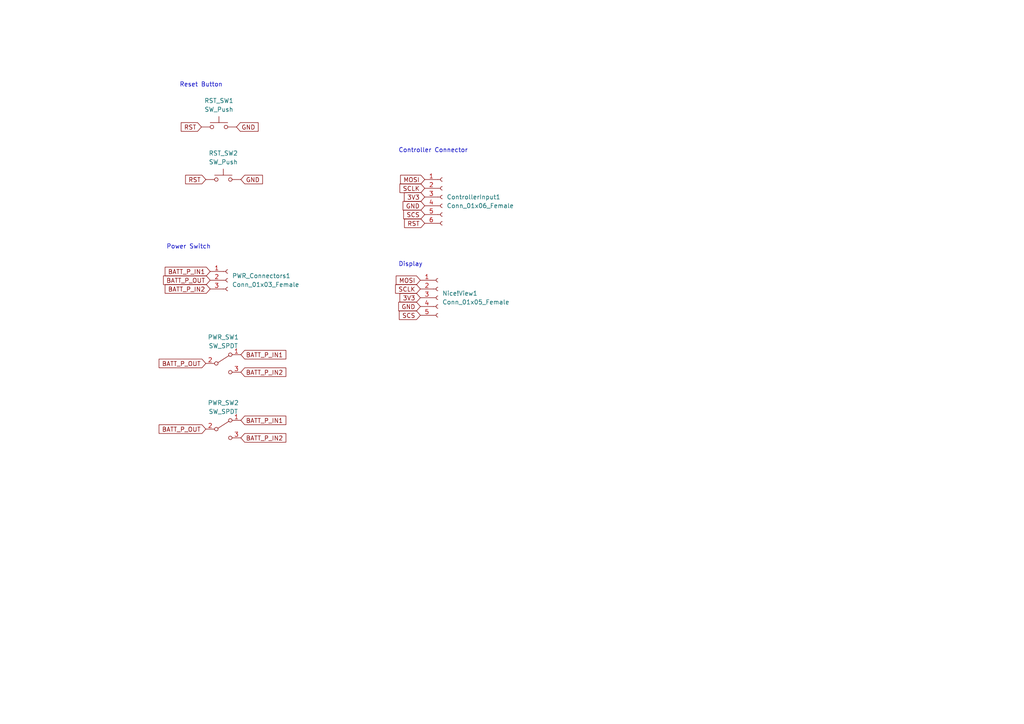
<source format=kicad_sch>
(kicad_sch (version 20211123) (generator eeschema)

  (uuid f712202a-cdb7-43ce-a871-0567a10aa46f)

  (paper "A4")

  (lib_symbols
    (symbol "Connector:Conn_01x03_Female" (pin_names (offset 1.016) hide) (in_bom yes) (on_board yes)
      (property "Reference" "J" (id 0) (at 0 5.08 0)
        (effects (font (size 1.27 1.27)))
      )
      (property "Value" "Conn_01x03_Female" (id 1) (at 0 -5.08 0)
        (effects (font (size 1.27 1.27)))
      )
      (property "Footprint" "" (id 2) (at 0 0 0)
        (effects (font (size 1.27 1.27)) hide)
      )
      (property "Datasheet" "~" (id 3) (at 0 0 0)
        (effects (font (size 1.27 1.27)) hide)
      )
      (property "ki_keywords" "connector" (id 4) (at 0 0 0)
        (effects (font (size 1.27 1.27)) hide)
      )
      (property "ki_description" "Generic connector, single row, 01x03, script generated (kicad-library-utils/schlib/autogen/connector/)" (id 5) (at 0 0 0)
        (effects (font (size 1.27 1.27)) hide)
      )
      (property "ki_fp_filters" "Connector*:*_1x??_*" (id 6) (at 0 0 0)
        (effects (font (size 1.27 1.27)) hide)
      )
      (symbol "Conn_01x03_Female_1_1"
        (arc (start 0 -2.032) (mid -0.508 -2.54) (end 0 -3.048)
          (stroke (width 0.1524) (type default) (color 0 0 0 0))
          (fill (type none))
        )
        (polyline
          (pts
            (xy -1.27 -2.54)
            (xy -0.508 -2.54)
          )
          (stroke (width 0.1524) (type default) (color 0 0 0 0))
          (fill (type none))
        )
        (polyline
          (pts
            (xy -1.27 0)
            (xy -0.508 0)
          )
          (stroke (width 0.1524) (type default) (color 0 0 0 0))
          (fill (type none))
        )
        (polyline
          (pts
            (xy -1.27 2.54)
            (xy -0.508 2.54)
          )
          (stroke (width 0.1524) (type default) (color 0 0 0 0))
          (fill (type none))
        )
        (arc (start 0 0.508) (mid -0.508 0) (end 0 -0.508)
          (stroke (width 0.1524) (type default) (color 0 0 0 0))
          (fill (type none))
        )
        (arc (start 0 3.048) (mid -0.508 2.54) (end 0 2.032)
          (stroke (width 0.1524) (type default) (color 0 0 0 0))
          (fill (type none))
        )
        (pin passive line (at -5.08 2.54 0) (length 3.81)
          (name "Pin_1" (effects (font (size 1.27 1.27))))
          (number "1" (effects (font (size 1.27 1.27))))
        )
        (pin passive line (at -5.08 0 0) (length 3.81)
          (name "Pin_2" (effects (font (size 1.27 1.27))))
          (number "2" (effects (font (size 1.27 1.27))))
        )
        (pin passive line (at -5.08 -2.54 0) (length 3.81)
          (name "Pin_3" (effects (font (size 1.27 1.27))))
          (number "3" (effects (font (size 1.27 1.27))))
        )
      )
    )
    (symbol "Connector:Conn_01x05_Female" (pin_names (offset 1.016) hide) (in_bom yes) (on_board yes)
      (property "Reference" "J" (id 0) (at 0 7.62 0)
        (effects (font (size 1.27 1.27)))
      )
      (property "Value" "Conn_01x05_Female" (id 1) (at 0 -7.62 0)
        (effects (font (size 1.27 1.27)))
      )
      (property "Footprint" "" (id 2) (at 0 0 0)
        (effects (font (size 1.27 1.27)) hide)
      )
      (property "Datasheet" "~" (id 3) (at 0 0 0)
        (effects (font (size 1.27 1.27)) hide)
      )
      (property "ki_keywords" "connector" (id 4) (at 0 0 0)
        (effects (font (size 1.27 1.27)) hide)
      )
      (property "ki_description" "Generic connector, single row, 01x05, script generated (kicad-library-utils/schlib/autogen/connector/)" (id 5) (at 0 0 0)
        (effects (font (size 1.27 1.27)) hide)
      )
      (property "ki_fp_filters" "Connector*:*_1x??_*" (id 6) (at 0 0 0)
        (effects (font (size 1.27 1.27)) hide)
      )
      (symbol "Conn_01x05_Female_1_1"
        (arc (start 0 -4.572) (mid -0.508 -5.08) (end 0 -5.588)
          (stroke (width 0.1524) (type default) (color 0 0 0 0))
          (fill (type none))
        )
        (arc (start 0 -2.032) (mid -0.508 -2.54) (end 0 -3.048)
          (stroke (width 0.1524) (type default) (color 0 0 0 0))
          (fill (type none))
        )
        (polyline
          (pts
            (xy -1.27 -5.08)
            (xy -0.508 -5.08)
          )
          (stroke (width 0.1524) (type default) (color 0 0 0 0))
          (fill (type none))
        )
        (polyline
          (pts
            (xy -1.27 -2.54)
            (xy -0.508 -2.54)
          )
          (stroke (width 0.1524) (type default) (color 0 0 0 0))
          (fill (type none))
        )
        (polyline
          (pts
            (xy -1.27 0)
            (xy -0.508 0)
          )
          (stroke (width 0.1524) (type default) (color 0 0 0 0))
          (fill (type none))
        )
        (polyline
          (pts
            (xy -1.27 2.54)
            (xy -0.508 2.54)
          )
          (stroke (width 0.1524) (type default) (color 0 0 0 0))
          (fill (type none))
        )
        (polyline
          (pts
            (xy -1.27 5.08)
            (xy -0.508 5.08)
          )
          (stroke (width 0.1524) (type default) (color 0 0 0 0))
          (fill (type none))
        )
        (arc (start 0 0.508) (mid -0.508 0) (end 0 -0.508)
          (stroke (width 0.1524) (type default) (color 0 0 0 0))
          (fill (type none))
        )
        (arc (start 0 3.048) (mid -0.508 2.54) (end 0 2.032)
          (stroke (width 0.1524) (type default) (color 0 0 0 0))
          (fill (type none))
        )
        (arc (start 0 5.588) (mid -0.508 5.08) (end 0 4.572)
          (stroke (width 0.1524) (type default) (color 0 0 0 0))
          (fill (type none))
        )
        (pin passive line (at -5.08 5.08 0) (length 3.81)
          (name "Pin_1" (effects (font (size 1.27 1.27))))
          (number "1" (effects (font (size 1.27 1.27))))
        )
        (pin passive line (at -5.08 2.54 0) (length 3.81)
          (name "Pin_2" (effects (font (size 1.27 1.27))))
          (number "2" (effects (font (size 1.27 1.27))))
        )
        (pin passive line (at -5.08 0 0) (length 3.81)
          (name "Pin_3" (effects (font (size 1.27 1.27))))
          (number "3" (effects (font (size 1.27 1.27))))
        )
        (pin passive line (at -5.08 -2.54 0) (length 3.81)
          (name "Pin_4" (effects (font (size 1.27 1.27))))
          (number "4" (effects (font (size 1.27 1.27))))
        )
        (pin passive line (at -5.08 -5.08 0) (length 3.81)
          (name "Pin_5" (effects (font (size 1.27 1.27))))
          (number "5" (effects (font (size 1.27 1.27))))
        )
      )
    )
    (symbol "Connector:Conn_01x06_Female" (pin_names (offset 1.016) hide) (in_bom yes) (on_board yes)
      (property "Reference" "J" (id 0) (at 0 7.62 0)
        (effects (font (size 1.27 1.27)))
      )
      (property "Value" "Conn_01x06_Female" (id 1) (at 0 -10.16 0)
        (effects (font (size 1.27 1.27)))
      )
      (property "Footprint" "" (id 2) (at 0 0 0)
        (effects (font (size 1.27 1.27)) hide)
      )
      (property "Datasheet" "~" (id 3) (at 0 0 0)
        (effects (font (size 1.27 1.27)) hide)
      )
      (property "ki_keywords" "connector" (id 4) (at 0 0 0)
        (effects (font (size 1.27 1.27)) hide)
      )
      (property "ki_description" "Generic connector, single row, 01x06, script generated (kicad-library-utils/schlib/autogen/connector/)" (id 5) (at 0 0 0)
        (effects (font (size 1.27 1.27)) hide)
      )
      (property "ki_fp_filters" "Connector*:*_1x??_*" (id 6) (at 0 0 0)
        (effects (font (size 1.27 1.27)) hide)
      )
      (symbol "Conn_01x06_Female_1_1"
        (arc (start 0 -7.112) (mid -0.508 -7.62) (end 0 -8.128)
          (stroke (width 0.1524) (type default) (color 0 0 0 0))
          (fill (type none))
        )
        (arc (start 0 -4.572) (mid -0.508 -5.08) (end 0 -5.588)
          (stroke (width 0.1524) (type default) (color 0 0 0 0))
          (fill (type none))
        )
        (arc (start 0 -2.032) (mid -0.508 -2.54) (end 0 -3.048)
          (stroke (width 0.1524) (type default) (color 0 0 0 0))
          (fill (type none))
        )
        (polyline
          (pts
            (xy -1.27 -7.62)
            (xy -0.508 -7.62)
          )
          (stroke (width 0.1524) (type default) (color 0 0 0 0))
          (fill (type none))
        )
        (polyline
          (pts
            (xy -1.27 -5.08)
            (xy -0.508 -5.08)
          )
          (stroke (width 0.1524) (type default) (color 0 0 0 0))
          (fill (type none))
        )
        (polyline
          (pts
            (xy -1.27 -2.54)
            (xy -0.508 -2.54)
          )
          (stroke (width 0.1524) (type default) (color 0 0 0 0))
          (fill (type none))
        )
        (polyline
          (pts
            (xy -1.27 0)
            (xy -0.508 0)
          )
          (stroke (width 0.1524) (type default) (color 0 0 0 0))
          (fill (type none))
        )
        (polyline
          (pts
            (xy -1.27 2.54)
            (xy -0.508 2.54)
          )
          (stroke (width 0.1524) (type default) (color 0 0 0 0))
          (fill (type none))
        )
        (polyline
          (pts
            (xy -1.27 5.08)
            (xy -0.508 5.08)
          )
          (stroke (width 0.1524) (type default) (color 0 0 0 0))
          (fill (type none))
        )
        (arc (start 0 0.508) (mid -0.508 0) (end 0 -0.508)
          (stroke (width 0.1524) (type default) (color 0 0 0 0))
          (fill (type none))
        )
        (arc (start 0 3.048) (mid -0.508 2.54) (end 0 2.032)
          (stroke (width 0.1524) (type default) (color 0 0 0 0))
          (fill (type none))
        )
        (arc (start 0 5.588) (mid -0.508 5.08) (end 0 4.572)
          (stroke (width 0.1524) (type default) (color 0 0 0 0))
          (fill (type none))
        )
        (pin passive line (at -5.08 5.08 0) (length 3.81)
          (name "Pin_1" (effects (font (size 1.27 1.27))))
          (number "1" (effects (font (size 1.27 1.27))))
        )
        (pin passive line (at -5.08 2.54 0) (length 3.81)
          (name "Pin_2" (effects (font (size 1.27 1.27))))
          (number "2" (effects (font (size 1.27 1.27))))
        )
        (pin passive line (at -5.08 0 0) (length 3.81)
          (name "Pin_3" (effects (font (size 1.27 1.27))))
          (number "3" (effects (font (size 1.27 1.27))))
        )
        (pin passive line (at -5.08 -2.54 0) (length 3.81)
          (name "Pin_4" (effects (font (size 1.27 1.27))))
          (number "4" (effects (font (size 1.27 1.27))))
        )
        (pin passive line (at -5.08 -5.08 0) (length 3.81)
          (name "Pin_5" (effects (font (size 1.27 1.27))))
          (number "5" (effects (font (size 1.27 1.27))))
        )
        (pin passive line (at -5.08 -7.62 0) (length 3.81)
          (name "Pin_6" (effects (font (size 1.27 1.27))))
          (number "6" (effects (font (size 1.27 1.27))))
        )
      )
    )
    (symbol "Switch:SW_Push" (pin_numbers hide) (pin_names (offset 1.016) hide) (in_bom yes) (on_board yes)
      (property "Reference" "SW" (id 0) (at 1.27 2.54 0)
        (effects (font (size 1.27 1.27)) (justify left))
      )
      (property "Value" "SW_Push" (id 1) (at 0 -1.524 0)
        (effects (font (size 1.27 1.27)))
      )
      (property "Footprint" "" (id 2) (at 0 5.08 0)
        (effects (font (size 1.27 1.27)) hide)
      )
      (property "Datasheet" "~" (id 3) (at 0 5.08 0)
        (effects (font (size 1.27 1.27)) hide)
      )
      (property "ki_keywords" "switch normally-open pushbutton push-button" (id 4) (at 0 0 0)
        (effects (font (size 1.27 1.27)) hide)
      )
      (property "ki_description" "Push button switch, generic, two pins" (id 5) (at 0 0 0)
        (effects (font (size 1.27 1.27)) hide)
      )
      (symbol "SW_Push_0_1"
        (circle (center -2.032 0) (radius 0.508)
          (stroke (width 0) (type default) (color 0 0 0 0))
          (fill (type none))
        )
        (polyline
          (pts
            (xy 0 1.27)
            (xy 0 3.048)
          )
          (stroke (width 0) (type default) (color 0 0 0 0))
          (fill (type none))
        )
        (polyline
          (pts
            (xy 2.54 1.27)
            (xy -2.54 1.27)
          )
          (stroke (width 0) (type default) (color 0 0 0 0))
          (fill (type none))
        )
        (circle (center 2.032 0) (radius 0.508)
          (stroke (width 0) (type default) (color 0 0 0 0))
          (fill (type none))
        )
        (pin passive line (at -5.08 0 0) (length 2.54)
          (name "1" (effects (font (size 1.27 1.27))))
          (number "1" (effects (font (size 1.27 1.27))))
        )
        (pin passive line (at 5.08 0 180) (length 2.54)
          (name "2" (effects (font (size 1.27 1.27))))
          (number "2" (effects (font (size 1.27 1.27))))
        )
      )
    )
    (symbol "Switch:SW_SPDT" (pin_names (offset 0) hide) (in_bom yes) (on_board yes)
      (property "Reference" "SW" (id 0) (at 0 4.318 0)
        (effects (font (size 1.27 1.27)))
      )
      (property "Value" "SW_SPDT" (id 1) (at 0 -5.08 0)
        (effects (font (size 1.27 1.27)))
      )
      (property "Footprint" "" (id 2) (at 0 0 0)
        (effects (font (size 1.27 1.27)) hide)
      )
      (property "Datasheet" "~" (id 3) (at 0 0 0)
        (effects (font (size 1.27 1.27)) hide)
      )
      (property "ki_keywords" "switch single-pole double-throw spdt ON-ON" (id 4) (at 0 0 0)
        (effects (font (size 1.27 1.27)) hide)
      )
      (property "ki_description" "Switch, single pole double throw" (id 5) (at 0 0 0)
        (effects (font (size 1.27 1.27)) hide)
      )
      (symbol "SW_SPDT_0_0"
        (circle (center -2.032 0) (radius 0.508)
          (stroke (width 0) (type default) (color 0 0 0 0))
          (fill (type none))
        )
        (circle (center 2.032 -2.54) (radius 0.508)
          (stroke (width 0) (type default) (color 0 0 0 0))
          (fill (type none))
        )
      )
      (symbol "SW_SPDT_0_1"
        (polyline
          (pts
            (xy -1.524 0.254)
            (xy 1.651 2.286)
          )
          (stroke (width 0) (type default) (color 0 0 0 0))
          (fill (type none))
        )
        (circle (center 2.032 2.54) (radius 0.508)
          (stroke (width 0) (type default) (color 0 0 0 0))
          (fill (type none))
        )
      )
      (symbol "SW_SPDT_1_1"
        (pin passive line (at 5.08 2.54 180) (length 2.54)
          (name "A" (effects (font (size 1.27 1.27))))
          (number "1" (effects (font (size 1.27 1.27))))
        )
        (pin passive line (at -5.08 0 0) (length 2.54)
          (name "B" (effects (font (size 1.27 1.27))))
          (number "2" (effects (font (size 1.27 1.27))))
        )
        (pin passive line (at 5.08 -2.54 180) (length 2.54)
          (name "C" (effects (font (size 1.27 1.27))))
          (number "3" (effects (font (size 1.27 1.27))))
        )
      )
    )
  )


  (text "Reset Button\n" (at 52.07 25.4 0)
    (effects (font (size 1.27 1.27)) (justify left bottom))
    (uuid 06be105e-d380-47d2-a390-0499548b647d)
  )
  (text "Controller Connector\n" (at 115.57 44.45 0)
    (effects (font (size 1.27 1.27)) (justify left bottom))
    (uuid 51c098a9-8f23-490e-b0e8-834124c2d1ce)
  )
  (text "Power Switch" (at 48.26 72.39 0)
    (effects (font (size 1.27 1.27)) (justify left bottom))
    (uuid 971be676-a8be-4877-87e4-dd6be8e5e49f)
  )
  (text "Display" (at 115.57 77.47 0)
    (effects (font (size 1.27 1.27)) (justify left bottom))
    (uuid b8e27481-46d0-4f1e-b736-06eb13a4b418)
  )

  (global_label "BATT_P_IN1" (shape input) (at 69.85 121.92 0) (fields_autoplaced)
    (effects (font (size 1.27 1.27)) (justify left))
    (uuid 0330eecd-58bc-4ef0-9c17-8478d608e5f4)
    (property "Intersheet References" "${INTERSHEET_REFS}" (id 0) (at 82.9069 121.9994 0)
      (effects (font (size 1.27 1.27)) (justify left) hide)
    )
  )
  (global_label "BATT_P_OUT" (shape input) (at 59.69 124.46 180) (fields_autoplaced)
    (effects (font (size 1.27 1.27)) (justify right))
    (uuid 076d14c0-909d-48a5-ac14-46510e6114ff)
    (property "Intersheet References" "${INTERSHEET_REFS}" (id 0) (at 46.1493 124.3806 0)
      (effects (font (size 1.27 1.27)) (justify right) hide)
    )
  )
  (global_label "MOSI" (shape input) (at 123.19 52.07 180) (fields_autoplaced)
    (effects (font (size 1.27 1.27)) (justify right))
    (uuid 268b002d-ab18-4b6b-aa26-80b43afa6ce0)
    (property "Intersheet References" "${INTERSHEET_REFS}" (id 0) (at 116.1807 51.9906 0)
      (effects (font (size 1.27 1.27)) (justify right) hide)
    )
  )
  (global_label "MOSI" (shape input) (at 121.92 81.28 180) (fields_autoplaced)
    (effects (font (size 1.27 1.27)) (justify right))
    (uuid 26b24fe4-b1ad-49c1-9436-ba27ad644deb)
    (property "Intersheet References" "${INTERSHEET_REFS}" (id 0) (at 114.9107 81.2006 0)
      (effects (font (size 1.27 1.27)) (justify right) hide)
    )
  )
  (global_label "RST" (shape input) (at 123.19 64.77 180) (fields_autoplaced)
    (effects (font (size 1.27 1.27)) (justify right))
    (uuid 2c5d40ff-0bf5-4169-83f5-6b60fc85f796)
    (property "Intersheet References" "${INTERSHEET_REFS}" (id 0) (at 117.3298 64.6906 0)
      (effects (font (size 1.27 1.27)) (justify right) hide)
    )
  )
  (global_label "RST" (shape input) (at 58.42 36.83 180) (fields_autoplaced)
    (effects (font (size 1.27 1.27)) (justify right))
    (uuid 3523a347-0c7e-43bf-a980-422cf3d255cf)
    (property "Intersheet References" "${INTERSHEET_REFS}" (id 0) (at 52.5598 36.7506 0)
      (effects (font (size 1.27 1.27)) (justify right) hide)
    )
  )
  (global_label "SCLK" (shape input) (at 121.92 83.82 180) (fields_autoplaced)
    (effects (font (size 1.27 1.27)) (justify right))
    (uuid 48f49190-8c4e-4686-af86-494b0ea8ff3d)
    (property "Intersheet References" "${INTERSHEET_REFS}" (id 0) (at 114.7293 83.7406 0)
      (effects (font (size 1.27 1.27)) (justify right) hide)
    )
  )
  (global_label "SCS" (shape input) (at 123.19 62.23 180) (fields_autoplaced)
    (effects (font (size 1.27 1.27)) (justify right))
    (uuid 4cf20be4-81ae-465b-b142-a2a9583504e9)
    (property "Intersheet References" "${INTERSHEET_REFS}" (id 0) (at 117.0879 62.1506 0)
      (effects (font (size 1.27 1.27)) (justify right) hide)
    )
  )
  (global_label "BATT_P_OUT" (shape input) (at 60.96 81.28 180) (fields_autoplaced)
    (effects (font (size 1.27 1.27)) (justify right))
    (uuid 5b465d29-230a-455f-b30d-ac8ba3e02f4e)
    (property "Intersheet References" "${INTERSHEET_REFS}" (id 0) (at 47.4193 81.2006 0)
      (effects (font (size 1.27 1.27)) (justify right) hide)
    )
  )
  (global_label "BATT_P_OUT" (shape input) (at 59.69 105.41 180) (fields_autoplaced)
    (effects (font (size 1.27 1.27)) (justify right))
    (uuid 6166d95d-451f-47b0-9461-bec4b3b468f9)
    (property "Intersheet References" "${INTERSHEET_REFS}" (id 0) (at 46.1493 105.3306 0)
      (effects (font (size 1.27 1.27)) (justify right) hide)
    )
  )
  (global_label "GND" (shape input) (at 69.85 52.07 0) (fields_autoplaced)
    (effects (font (size 1.27 1.27)) (justify left))
    (uuid 728a9809-a11d-47fb-bb04-0697e7bae01c)
    (property "Intersheet References" "${INTERSHEET_REFS}" (id 0) (at 76.1336 52.1494 0)
      (effects (font (size 1.27 1.27)) (justify left) hide)
    )
  )
  (global_label "GND" (shape input) (at 123.19 59.69 180) (fields_autoplaced)
    (effects (font (size 1.27 1.27)) (justify right))
    (uuid 7fab412e-89ab-4980-95a5-d7d854583dac)
    (property "Intersheet References" "${INTERSHEET_REFS}" (id 0) (at 116.9064 59.6106 0)
      (effects (font (size 1.27 1.27)) (justify right) hide)
    )
  )
  (global_label "BATT_P_IN1" (shape input) (at 69.85 102.87 0) (fields_autoplaced)
    (effects (font (size 1.27 1.27)) (justify left))
    (uuid 9897b077-10e2-41a6-925d-9d222e32edf8)
    (property "Intersheet References" "${INTERSHEET_REFS}" (id 0) (at 82.9069 102.9494 0)
      (effects (font (size 1.27 1.27)) (justify left) hide)
    )
  )
  (global_label "RST" (shape input) (at 59.69 52.07 180) (fields_autoplaced)
    (effects (font (size 1.27 1.27)) (justify right))
    (uuid 995b1914-a375-4295-a219-92a0fcb7641f)
    (property "Intersheet References" "${INTERSHEET_REFS}" (id 0) (at 53.8298 51.9906 0)
      (effects (font (size 1.27 1.27)) (justify right) hide)
    )
  )
  (global_label "SCLK" (shape input) (at 123.19 54.61 180) (fields_autoplaced)
    (effects (font (size 1.27 1.27)) (justify right))
    (uuid 9bac558c-74dd-4822-a4ba-9fdff931c01f)
    (property "Intersheet References" "${INTERSHEET_REFS}" (id 0) (at 115.9993 54.5306 0)
      (effects (font (size 1.27 1.27)) (justify right) hide)
    )
  )
  (global_label "3V3" (shape input) (at 121.92 86.36 180) (fields_autoplaced)
    (effects (font (size 1.27 1.27)) (justify right))
    (uuid a9aa3487-c89e-4976-aae1-9d9a41693984)
    (property "Intersheet References" "${INTERSHEET_REFS}" (id 0) (at 115.9993 86.2806 0)
      (effects (font (size 1.27 1.27)) (justify right) hide)
    )
  )
  (global_label "GND" (shape input) (at 121.92 88.9 180) (fields_autoplaced)
    (effects (font (size 1.27 1.27)) (justify right))
    (uuid c7eaaba1-e22c-4ea8-b064-116034464a50)
    (property "Intersheet References" "${INTERSHEET_REFS}" (id 0) (at 115.6364 88.8206 0)
      (effects (font (size 1.27 1.27)) (justify right) hide)
    )
  )
  (global_label "BATT_P_IN1" (shape input) (at 60.96 78.74 180) (fields_autoplaced)
    (effects (font (size 1.27 1.27)) (justify right))
    (uuid cb18264d-1388-4487-91ac-0c1e66cc5386)
    (property "Intersheet References" "${INTERSHEET_REFS}" (id 0) (at 47.9031 78.6606 0)
      (effects (font (size 1.27 1.27)) (justify right) hide)
    )
  )
  (global_label "BATT_P_IN2" (shape input) (at 69.85 107.95 0) (fields_autoplaced)
    (effects (font (size 1.27 1.27)) (justify left))
    (uuid d90e48e5-57be-447a-9cd0-a34d587f803b)
    (property "Intersheet References" "${INTERSHEET_REFS}" (id 0) (at 82.9069 108.0294 0)
      (effects (font (size 1.27 1.27)) (justify left) hide)
    )
  )
  (global_label "GND" (shape input) (at 68.58 36.83 0) (fields_autoplaced)
    (effects (font (size 1.27 1.27)) (justify left))
    (uuid e84ec596-b18b-431d-bbd9-1f8a5acf2fc1)
    (property "Intersheet References" "${INTERSHEET_REFS}" (id 0) (at 74.8636 36.9094 0)
      (effects (font (size 1.27 1.27)) (justify left) hide)
    )
  )
  (global_label "BATT_P_IN2" (shape input) (at 69.85 127 0) (fields_autoplaced)
    (effects (font (size 1.27 1.27)) (justify left))
    (uuid ed1b8b6a-424d-44ad-ab5e-be32f8251bff)
    (property "Intersheet References" "${INTERSHEET_REFS}" (id 0) (at 82.9069 127.0794 0)
      (effects (font (size 1.27 1.27)) (justify left) hide)
    )
  )
  (global_label "BATT_P_IN2" (shape input) (at 60.96 83.82 180) (fields_autoplaced)
    (effects (font (size 1.27 1.27)) (justify right))
    (uuid edd4cbab-16c7-4972-835e-09dfdf4cf7b7)
    (property "Intersheet References" "${INTERSHEET_REFS}" (id 0) (at 47.9031 83.7406 0)
      (effects (font (size 1.27 1.27)) (justify right) hide)
    )
  )
  (global_label "SCS" (shape input) (at 121.92 91.44 180) (fields_autoplaced)
    (effects (font (size 1.27 1.27)) (justify right))
    (uuid f38cc99f-02a4-4959-88e5-83ceacb586ea)
    (property "Intersheet References" "${INTERSHEET_REFS}" (id 0) (at 115.8179 91.3606 0)
      (effects (font (size 1.27 1.27)) (justify right) hide)
    )
  )
  (global_label "3V3" (shape input) (at 123.19 57.15 180) (fields_autoplaced)
    (effects (font (size 1.27 1.27)) (justify right))
    (uuid fb381972-9a51-451f-8d22-c8a13bceb703)
    (property "Intersheet References" "${INTERSHEET_REFS}" (id 0) (at 117.2693 57.0706 0)
      (effects (font (size 1.27 1.27)) (justify right) hide)
    )
  )

  (symbol (lib_id "Connector:Conn_01x03_Female") (at 66.04 81.28 0) (unit 1)
    (in_bom yes) (on_board yes) (fields_autoplaced)
    (uuid 44ae6810-2973-44d3-930a-368f5fb8fdb7)
    (property "Reference" "PWR_Connectors1" (id 0) (at 67.31 80.0099 0)
      (effects (font (size 1.27 1.27)) (justify left))
    )
    (property "Value" "Conn_01x03_Female" (id 1) (at 67.31 82.5499 0)
      (effects (font (size 1.27 1.27)) (justify left))
    )
    (property "Footprint" "Connector_PinHeader_2.54mm:PinHeader_1x03_P2.54mm_Vertical" (id 2) (at 66.04 81.28 0)
      (effects (font (size 1.27 1.27)) hide)
    )
    (property "Datasheet" "~" (id 3) (at 66.04 81.28 0)
      (effects (font (size 1.27 1.27)) hide)
    )
    (pin "1" (uuid 96be7287-ee8d-45eb-a5dc-e20a53b7a618))
    (pin "2" (uuid 29b707c8-4c81-4da3-98c6-7bc866be25aa))
    (pin "3" (uuid 6b5c28ed-7320-4245-a386-f83c19ee5f08))
  )

  (symbol (lib_id "Switch:SW_Push") (at 64.77 52.07 0) (unit 1)
    (in_bom yes) (on_board yes) (fields_autoplaced)
    (uuid 6489d065-1d9b-4a00-acd9-d7f2972724f2)
    (property "Reference" "RST_SW2" (id 0) (at 64.77 44.45 0))
    (property "Value" "SW_Push" (id 1) (at 64.77 46.99 0))
    (property "Footprint" "BKBAdaptor:PushSwitch" (id 2) (at 64.77 46.99 0)
      (effects (font (size 1.27 1.27)) hide)
    )
    (property "Datasheet" "~" (id 3) (at 64.77 46.99 0)
      (effects (font (size 1.27 1.27)) hide)
    )
    (pin "1" (uuid 40d2ebc1-0499-44c2-a5b8-559baebfaad7))
    (pin "2" (uuid 98128d1e-9e4d-43ca-aa99-a23a9b6d3354))
  )

  (symbol (lib_id "Connector:Conn_01x06_Female") (at 128.27 57.15 0) (unit 1)
    (in_bom yes) (on_board yes) (fields_autoplaced)
    (uuid 74ae1e99-34cc-4342-ab6f-5ed160de4ec0)
    (property "Reference" "ControllerInput1" (id 0) (at 129.54 57.1499 0)
      (effects (font (size 1.27 1.27)) (justify left))
    )
    (property "Value" "Conn_01x06_Female" (id 1) (at 129.54 59.6899 0)
      (effects (font (size 1.27 1.27)) (justify left))
    )
    (property "Footprint" "Connector_PinHeader_2.54mm:PinHeader_1x06_P2.54mm_Vertical" (id 2) (at 128.27 57.15 0)
      (effects (font (size 1.27 1.27)) hide)
    )
    (property "Datasheet" "~" (id 3) (at 128.27 57.15 0)
      (effects (font (size 1.27 1.27)) hide)
    )
    (pin "1" (uuid 0abc8d52-2b22-4628-8c4b-8329ecc96e73))
    (pin "2" (uuid 07f17936-f23a-4e04-aab2-36b5498afdf7))
    (pin "3" (uuid fbbf9979-c34f-431d-a601-3a109911169f))
    (pin "4" (uuid 5d03d910-f493-4302-881f-1ea93c27a74b))
    (pin "5" (uuid ba193fee-aa77-4a6c-9f0e-e60ddee2038c))
    (pin "6" (uuid b28e7b91-579e-4509-aaac-8a27c0342add))
  )

  (symbol (lib_id "Switch:SW_SPDT") (at 64.77 105.41 0) (unit 1)
    (in_bom yes) (on_board yes) (fields_autoplaced)
    (uuid 7e96fcfe-97d0-4a9b-b474-ae59607e519b)
    (property "Reference" "PWR_SW1" (id 0) (at 64.77 97.79 0))
    (property "Value" "SW_SPDT" (id 1) (at 64.77 100.33 0))
    (property "Footprint" "BKBAdaptor:SW_SS12D07VG4" (id 2) (at 64.77 105.41 0)
      (effects (font (size 1.27 1.27)) hide)
    )
    (property "Datasheet" "~" (id 3) (at 64.77 105.41 0)
      (effects (font (size 1.27 1.27)) hide)
    )
    (pin "1" (uuid 7fa52bf0-1ac4-4d0a-bb67-923d6d55a8cc))
    (pin "2" (uuid cf934f84-313b-49a3-80d6-3e436895f663))
    (pin "3" (uuid 8b7b2f64-05ce-4cf3-895d-b3e54dc1aa09))
  )

  (symbol (lib_id "Switch:SW_SPDT") (at 64.77 124.46 0) (unit 1)
    (in_bom yes) (on_board yes) (fields_autoplaced)
    (uuid ab47efbe-7c3b-46b9-ace2-c41684aebbe1)
    (property "Reference" "PWR_SW2" (id 0) (at 64.77 116.84 0))
    (property "Value" "SW_SPDT" (id 1) (at 64.77 119.38 0))
    (property "Footprint" "BKBAdaptor:SW_SS12D07VG4" (id 2) (at 64.77 124.46 0)
      (effects (font (size 1.27 1.27)) hide)
    )
    (property "Datasheet" "~" (id 3) (at 64.77 124.46 0)
      (effects (font (size 1.27 1.27)) hide)
    )
    (pin "1" (uuid b0f77792-efe2-44c6-8602-8fbf1415a09a))
    (pin "2" (uuid 26f6fc63-4d3b-4069-b370-6bba4568aa68))
    (pin "3" (uuid 0530765a-2446-4fcd-9ddb-38b9726383a7))
  )

  (symbol (lib_id "Switch:SW_Push") (at 63.5 36.83 0) (unit 1)
    (in_bom yes) (on_board yes) (fields_autoplaced)
    (uuid de19d5e9-517c-4367-a894-b0a95506e530)
    (property "Reference" "RST_SW1" (id 0) (at 63.5 29.21 0))
    (property "Value" "SW_Push" (id 1) (at 63.5 31.75 0))
    (property "Footprint" "BKBAdaptor:PushSwitch" (id 2) (at 63.5 31.75 0)
      (effects (font (size 1.27 1.27)) hide)
    )
    (property "Datasheet" "~" (id 3) (at 63.5 31.75 0)
      (effects (font (size 1.27 1.27)) hide)
    )
    (pin "1" (uuid 3048d03d-a362-4766-bd07-bd4c17752736))
    (pin "2" (uuid c5e7945d-7027-4bf2-aafa-fc68eebf342d))
  )

  (symbol (lib_id "Connector:Conn_01x05_Female") (at 127 86.36 0) (unit 1)
    (in_bom yes) (on_board yes) (fields_autoplaced)
    (uuid e620c11d-59d5-4d4e-af75-21277181b727)
    (property "Reference" "Nice!View1" (id 0) (at 128.27 85.0899 0)
      (effects (font (size 1.27 1.27)) (justify left))
    )
    (property "Value" "Conn_01x05_Female" (id 1) (at 128.27 87.6299 0)
      (effects (font (size 1.27 1.27)) (justify left))
    )
    (property "Footprint" "BKBAdaptor:NiceView" (id 2) (at 127 86.36 0)
      (effects (font (size 1.27 1.27)) hide)
    )
    (property "Datasheet" "~" (id 3) (at 127 86.36 0)
      (effects (font (size 1.27 1.27)) hide)
    )
    (pin "1" (uuid a08351ae-e765-4118-90c0-97ad060c5468))
    (pin "2" (uuid 267873e0-fb6b-4a51-a2a4-b92c15cdd692))
    (pin "3" (uuid f9510407-8b86-4a46-8eb4-20b993ed6a28))
    (pin "4" (uuid 1f7f794b-1a24-4de8-ae9b-df3b50f5cdbd))
    (pin "5" (uuid a3522bb6-31b2-4785-babc-c79eb7df8631))
  )

  (sheet_instances
    (path "/" (page "1"))
  )

  (symbol_instances
    (path "/74ae1e99-34cc-4342-ab6f-5ed160de4ec0"
      (reference "ControllerInput1") (unit 1) (value "Conn_01x06_Female") (footprint "Connector_PinHeader_2.54mm:PinHeader_1x06_P2.54mm_Vertical")
    )
    (path "/e620c11d-59d5-4d4e-af75-21277181b727"
      (reference "Nice!View1") (unit 1) (value "Conn_01x05_Female") (footprint "BKBAdaptor:NiceView")
    )
    (path "/44ae6810-2973-44d3-930a-368f5fb8fdb7"
      (reference "PWR_Connectors1") (unit 1) (value "Conn_01x03_Female") (footprint "Connector_PinHeader_2.54mm:PinHeader_1x03_P2.54mm_Vertical")
    )
    (path "/7e96fcfe-97d0-4a9b-b474-ae59607e519b"
      (reference "PWR_SW1") (unit 1) (value "SW_SPDT") (footprint "BKBAdaptor:SW_SS12D07VG4")
    )
    (path "/ab47efbe-7c3b-46b9-ace2-c41684aebbe1"
      (reference "PWR_SW2") (unit 1) (value "SW_SPDT") (footprint "BKBAdaptor:SW_SS12D07VG4")
    )
    (path "/de19d5e9-517c-4367-a894-b0a95506e530"
      (reference "RST_SW1") (unit 1) (value "SW_Push") (footprint "BKBAdaptor:PushSwitch")
    )
    (path "/6489d065-1d9b-4a00-acd9-d7f2972724f2"
      (reference "RST_SW2") (unit 1) (value "SW_Push") (footprint "BKBAdaptor:PushSwitch")
    )
  )
)

</source>
